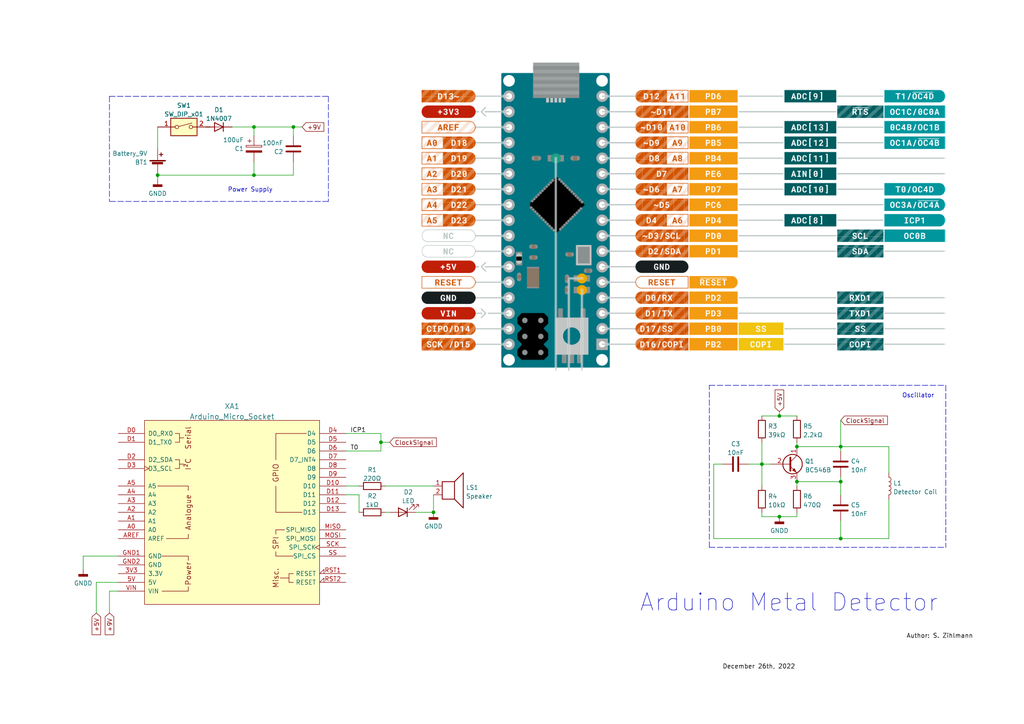
<source format=kicad_sch>
(kicad_sch (version 20211123) (generator eeschema)
  (paper "A4")
  (lib_symbols
    (symbol "Device:Battery_Cell" (pin_numbers hide) (pin_names (offset 0) hide)
      (property "Reference" "BT" (at 2.54 2.54 0))
      (property "Value" "Battery_Cell" (at 2.54 0 0))
      (symbol "Battery_Cell_0_1"
        (rectangle (start -2.286 1.778) (end 2.286 1.524) (fill (type outline)))
        (rectangle (start -1.5748 1.1938) (end 1.4732 0.6858) (fill (type outline)))
        (polyline (pts (xy 0 0.762) (xy 0 0)))
        (polyline (pts (xy 0 1.778) (xy 0 2.54)))
        (polyline (pts (xy 0.508 3.429) (xy 1.524 3.429)) (stroke (width 0.254)))
        (polyline (pts (xy 1.016 3.937) (xy 1.016 2.921)) (stroke (width 0.254)))
      )
      (symbol "Battery_Cell_1_1"
        (pin passive line (at 0 5.08 270) (length 2.54) (name "+") (number "1"))
        (pin passive line (at 0 -2.54 90) (length 2.54) (name "-") (number "2"))
      )
    )
    (symbol "Device:C" (pin_numbers hide) (pin_names (offset 0.254))
      (property "Reference" "C" (at 0.635 2.54 0))
      (property "Value" "C" (at 0.635 -2.54 0))
      (symbol "C_0_1"
        (polyline (pts (xy -2.032 -0.762) (xy 2.032 -0.762)) (stroke (width 0.508)))
        (polyline (pts (xy -2.032 0.762) (xy 2.032 0.762)) (stroke (width 0.508)))
      )
      (symbol "C_1_1"
        (pin passive line (at 0 3.81 270) (length 2.794) (name "~") (number "1"))
        (pin passive line (at 0 -3.81 90) (length 2.794) (name "~") (number "2"))
      )
    )
    (symbol "Device:C_Polarized" (pin_numbers hide) (pin_names (offset 0.254))
      (property "Reference" "C" (at 0.635 2.54 0))
      (property "Value" "C_Polarized" (at 0.635 -2.54 0))
      (symbol "C_Polarized_0_1"
        (rectangle (start -2.286 0.508) (end 2.286 1.016))
        (polyline (pts (xy -1.778 2.286) (xy -0.762 2.286)))
        (polyline (pts (xy -1.27 2.794) (xy -1.27 1.778)))
        (rectangle (start 2.286 -0.508) (end -2.286 -1.016) (fill (type outline)))
      )
      (symbol "C_Polarized_1_1"
        (pin passive line (at 0 3.81 270) (length 2.794) (name "~") (number "1"))
        (pin passive line (at 0 -3.81 90) (length 2.794) (name "~") (number "2"))
      )
    )
    (symbol "Device:L" (pin_numbers hide) (pin_names (offset 1.016) hide)
      (property "Reference" "L" (at -1.27 0 90))
      (property "Value" "L" (at 1.905 0 90))
      (symbol "L_0_1"
        (arc (start 0 -2.54) (mid 0.635 -1.905) (end 0 -1.27))
        (arc (start 0 -1.27) (mid 0.635 -0.635) (end 0 0))
        (arc (start 0 0) (mid 0.635 0.635) (end 0 1.27))
        (arc (start 0 1.27) (mid 0.635 1.905) (end 0 2.54))
      )
      (symbol "L_1_1"
        (pin passive line (at 0 3.81 270) (length 1.27) (name "1") (number "1"))
        (pin passive line (at 0 -3.81 90) (length 1.27) (name "2") (number "2"))
      )
    )
    (symbol "Device:LED" (pin_numbers hide) (pin_names (offset 1.016) hide)
      (property "Reference" "D" (at 0 2.54 0))
      (property "Value" "LED" (at 0 -2.54 0))
      (symbol "LED_0_1"
        (polyline (pts (xy -1.27 -1.27) (xy -1.27 1.27)) (stroke (width 0.254)))
        (polyline (pts (xy -1.27 0) (xy 1.27 0)))
        (polyline (pts (xy 1.27 -1.27) (xy 1.27 1.27) (xy -1.27 0) (xy 1.27 -1.27)) (stroke (width 0.254)))
        (polyline (pts (xy -3.048 -0.762) (xy -4.572 -2.286) (xy -3.81 -2.286) (xy -4.572 -2.286) (xy -4.572 -1.524)))
        (polyline (pts (xy -1.778 -0.762) (xy -3.302 -2.286) (xy -2.54 -2.286) (xy -3.302 -2.286) (xy -3.302 -1.524)))
      )
      (symbol "LED_1_1"
        (pin passive line (at -3.81 0 0) (length 2.54) (name "K") (number "1"))
        (pin passive line (at 3.81 0 180) (length 2.54) (name "A") (number "2"))
      )
    )
    (symbol "Device:Speaker" (pin_names (offset 0) hide)
      (property "Reference" "LS" (at 1.27 5.715 0))
      (property "Value" "Speaker" (at 1.27 3.81 0))
      (symbol "Speaker_0_0"
        (rectangle (start -2.54 1.27) (end 1.016 -3.81) (stroke (width 0.254)))
        (polyline (pts (xy 1.016 1.27) (xy 3.556 3.81) (xy 3.556 -6.35) (xy 1.016 -3.81)) (stroke (width 0.254)))
      )
      (symbol "Speaker_1_1"
        (pin input line (at -5.08 0 0) (length 2.54) (name "1") (number "1"))
        (pin input line (at -5.08 -2.54 0) (length 2.54) (name "2") (number "2"))
      )
    )
    (symbol "Diode:1N4007" (pin_numbers hide) (pin_names hide)
      (property "Reference" "D" (at 0 2.54 0))
      (property "Value" "1N4007" (at 0 -2.54 0))
      (symbol "1N4007_0_1"
        (polyline (pts (xy -1.27 1.27) (xy -1.27 -1.27)) (stroke (width 0.254)))
        (polyline (pts (xy 1.27 0) (xy -1.27 0)))
        (polyline (pts (xy 1.27 1.27) (xy 1.27 -1.27) (xy -1.27 0) (xy 1.27 1.27)) (stroke (width 0.254)))
      )
      (symbol "1N4007_1_1"
        (pin passive line (at -3.81 0 0) (length 2.54) (name "K") (number "1"))
        (pin passive line (at 3.81 0 180) (length 2.54) (name "A") (number "2"))
      )
    )
    (symbol "R_1" (pin_numbers hide) (pin_names (offset 0))
      (property "Reference" "R" (at 2.032 0 90))
      (property "Value" "R_1" (at 0 0 90))
      (symbol "R_1_0_1"
        (rectangle (start -1.016 -2.54) (end 1.016 2.54) (stroke (width 0.254)))
      )
      (symbol "R_1_1_1"
        (pin passive line (at 0 3.81 270) (length 1.27) (name "~") (number "1"))
        (pin passive line (at 0 -3.81 90) (length 1.27) (name "~") (number "2"))
      )
    )
    (symbol "Switch:SW_DIP_x01" (pin_names (offset 0) hide)
      (property "Reference" "SW" (at 0 3.81 0))
      (property "Value" "SW_DIP_x01" (at 0 -3.81 0))
      (symbol "SW_DIP_x01_0_0"
        (circle (center -2.032 0) (radius 0.508))
        (polyline (pts (xy -1.524 0.127) (xy 2.3622 1.1684)))
        (circle (center 2.032 0) (radius 0.508))
      )
      (symbol "SW_DIP_x01_0_1"
        (rectangle (start -3.81 2.54) (end 3.81 -2.54) (stroke (width 0.254)) (fill (type background)))
      )
      (symbol "SW_DIP_x01_1_1"
        (pin passive line (at -7.62 0 0) (length 5.08) (name "~") (number "1"))
        (pin passive line (at 7.62 0 180) (length 5.08) (name "~") (number "2"))
      )
    )
    (symbol "Transistor_BJT:BC546" (pin_names (offset 0) hide)
      (property "Reference" "Q" (at 5.08 1.905 0))
      (property "Value" "BC546" (at 5.08 0 0))
      (symbol "BC546_0_1"
        (polyline (pts (xy 0 0) (xy 0.635 0)))
        (polyline (pts (xy 0.635 0.635) (xy 2.54 2.54)))
        (polyline (pts (xy 0.635 -0.635) (xy 2.54 -2.54) (xy 2.54 -2.54)))
        (polyline (pts (xy 0.635 1.905) (xy 0.635 -1.905) (xy 0.635 -1.905)) (stroke (width 0.508)))
        (polyline (pts (xy 1.27 -1.778) (xy 1.778 -1.27) (xy 2.286 -2.286) (xy 1.27 -1.778) (xy 1.27 -1.778)) (fill (type outline)))
        (circle (center 1.27 0) (radius 2.8194) (stroke (width 0.254)))
      )
      (symbol "BC546_1_1"
        (pin passive line (at 2.54 5.08 270) (length 2.54) (name "C") (number "1"))
        (pin input line (at -5.08 0 0) (length 5.08) (name "B") (number "2"))
        (pin passive line (at 2.54 -5.08 90) (length 2.54) (name "E") (number "3"))
      )
    )
    (symbol "arduino:Arduino_Micro_Socket" (pin_names (offset 1.016))
      (property "Reference" "XA" (at 2.54 0 90))
      (property "Value" "Arduino_Micro_Socket" (at -2.54 0 90))
      (symbol "Arduino_Micro_Socket_0_0"
        (rectangle (start -25.4 26.67) (end 25.4 -26.67) (fill (type background)))
        (polyline (pts (xy -15.24 13.97) (xy -13.97 13.97)))
        (polyline (pts (xy -15.24 21.59) (xy -13.97 21.59)))
        (polyline (pts (xy 16.51 -19.05) (xy 13.97 -19.05)))
        (polyline (pts (xy -20.32 -22.86) (xy -12.7 -22.86) (xy -12.7 -21.59)))
        (polyline (pts (xy -12.7 -13.97) (xy -12.7 -12.7) (xy -20.32 -12.7)))
        (polyline (pts (xy -12.7 -6.35) (xy -12.7 -7.62) (xy -19.05 -7.62)))
        (polyline (pts (xy -12.7 6.35) (xy -12.7 7.62) (xy -21.59 7.62)))
        (polyline (pts (xy 12.7 -11.43) (xy 12.7 -12.7) (xy 17.78 -12.7)))
        (polyline (pts (xy 12.7 7.62) (xy 12.7 0) (xy 20.32 0)))
        (polyline (pts (xy 15.24 -5.08) (xy 12.7 -5.08) (xy 12.7 -6.35)))
        (polyline (pts (xy 21.59 22.86) (xy 12.7 22.86) (xy 12.7 15.24)))
        (polyline (pts (xy -16.51 15.24) (xy -15.24 15.24) (xy -15.24 12.7) (xy -16.51 12.7)))
        (polyline (pts (xy -16.51 22.86) (xy -15.24 22.86) (xy -15.24 20.32) (xy -16.51 20.32)))
        (text "Analogue" (at -12.7 0 900) (effects (font (size 1.524 1.524))))
        (text "I²C" (at -12.7 13.97 900) (effects (font (size 1.524 1.524))))
        (text "Misc." (at 12.7 -19.05 900) (effects (font (size 1.524 1.524))))
        (text "Power" (at -12.7 -17.78 900) (effects (font (size 1.524 1.524))))
        (text "Serial" (at -12.7 21.59 900) (effects (font (size 1.524 1.524))))
        (text "SPI" (at 12.7 -8.89 900) (effects (font (size 1.524 1.524))))
      )
      (symbol "Arduino_Micro_Socket_0_1"
        (polyline (pts (xy 17.78 -17.78) (xy 16.51 -17.78) (xy 16.51 -20.32) (xy 17.78 -20.32)))
      )
      (symbol "Arduino_Micro_Socket_1_0"
        (text "GPIO" (at 12.7 11.43 900) (effects (font (size 1.524 1.524))))
      )
      (symbol "Arduino_Micro_Socket_1_1"
        (pin power_out line (at -33.02 -17.78 0) (length 7.62) (name "3.3V") (number "3V3"))
        (pin power_in line (at -33.02 -20.32 0) (length 7.62) (name "5V") (number "5V"))
        (pin bidirectional line (at -33.02 -5.08 0) (length 7.62) (name "A0") (number "A0"))
        (pin bidirectional line (at -33.02 -2.54 0) (length 7.62) (name "A1") (number "A1"))
        (pin bidirectional line (at -33.02 0 0) (length 7.62) (name "A2") (number "A2"))
        (pin bidirectional line (at -33.02 2.54 0) (length 7.62) (name "A3") (number "A3"))
        (pin bidirectional line (at -33.02 5.08 0) (length 7.62) (name "A4") (number "A4"))
        (pin bidirectional line (at -33.02 7.62 0) (length 7.62) (name "A5") (number "A5"))
        (pin input line (at -33.02 -7.62 0) (length 7.62) (name "AREF") (number "AREF"))
        (pin bidirectional line (at -33.02 22.86 0) (length 7.62) (name "D0_RX0") (number "D0"))
        (pin bidirectional line (at -33.02 20.32 0) (length 7.62) (name "D1_TX0") (number "D1"))
        (pin bidirectional line (at 33.02 7.62 180) (length 7.62) (name "D10") (number "D10"))
        (pin bidirectional line (at 33.02 5.08 180) (length 7.62) (name "D11") (number "D11"))
        (pin bidirectional line (at 33.02 2.54 180) (length 7.62) (name "D12") (number "D12"))
        (pin bidirectional line (at 33.02 0 180) (length 7.62) (name "D13") (number "D13"))
        (pin bidirectional line (at -33.02 15.24 0) (length 7.62) (name "D2_SDA") (number "D2"))
        (pin bidirectional clock (at -33.02 12.7 0) (length 7.62) (name "D3_SCL") (number "D3"))
        (pin bidirectional line (at 33.02 22.86 180) (length 7.62) (name "D4") (number "D4"))
        (pin bidirectional line (at 33.02 20.32 180) (length 7.62) (name "D5") (number "D5"))
        (pin bidirectional line (at 33.02 17.78 180) (length 7.62) (name "D6") (number "D6"))
        (pin bidirectional line (at 33.02 15.24 180) (length 7.62) (name "D7_INT4") (number "D7"))
        (pin bidirectional line (at 33.02 12.7 180) (length 7.62) (name "D8") (number "D8"))
        (pin bidirectional line (at 33.02 10.16 180) (length 7.62) (name "D9") (number "D9"))
        (pin power_in line (at -33.02 -12.7 0) (length 7.62) (name "GND") (number "GND1"))
        (pin power_in line (at -33.02 -15.24 0) (length 7.62) (name "GND") (number "GND2"))
        (pin input line (at 33.02 -5.08 180) (length 7.62) (name "SPI_MISO") (number "MISO"))
        (pin output line (at 33.02 -7.62 180) (length 7.62) (name "SPI_MOSI") (number "MOSI"))
        (pin open_collector input_low (at 33.02 -17.78 180) (length 7.62) (name "RESET") (number "RST1"))
        (pin open_collector input_low (at 33.02 -20.32 180) (length 7.62) (name "RESET") (number "RST2"))
        (pin output clock (at 33.02 -10.16 180) (length 7.62) (name "SPI_SCK") (number "SCK"))
        (pin bidirectional line (at 33.02 -12.7 180) (length 7.62) (name "SPI_CS") (number "SS"))
        (pin power_in line (at -33.02 -22.86 0) (length 7.62) (name "VIN") (number "VIN"))
      )
    )
    (symbol "power:GNDD" (power) (pin_names (offset 0))
      (property "Value" "GNDD" (at 0 -3.175 0))
      (symbol "GNDD_0_1"
        (rectangle (start -1.27 -1.524) (end 1.27 -2.032) (stroke (width 0.254)) (fill (type outline)))
        (polyline (pts (xy 0 0) (xy 0 -1.524)))
      )
      (symbol "GNDD_1_1"
        (pin power_in line (at 0 0 270) (length 0) hide (name "GNDD") (number "1"))
      )
    )
  )
  (junction (at 231.14 139.7))
  (junction (at 226.06 149.86))
  (junction (at 231.14 129.54))
  (junction (at 45.72 50.8))
  (junction (at 243.84 129.54))
  (junction (at 73.66 50.8))
  (junction (at 125.73 148.59))
  (junction (at 85.09 36.83))
  (junction (at 243.84 156.21))
  (junction (at 226.06 120.65))
  (junction (at 73.66 36.83))
  (junction (at 110.49 128.27))
  (junction (at 243.84 139.7))
  (junction (at 220.98 134.62))
  (wire (pts (xy 85.09 36.83) (xy 73.66 36.83)))
  (wire (pts (xy 226.06 119.38) (xy 226.06 120.65)))
  (wire (pts (xy 100.33 143.51) (xy 104.14 143.51)))
  (wire (pts (xy 257.81 156.21) (xy 243.84 156.21)))
  (wire (pts (xy 111.76 148.59) (xy 113.03 148.59)))
  (wire (pts (xy 226.06 149.86) (xy 231.14 149.86)))
  (wire (pts (xy 110.49 130.81) (xy 110.49 128.27)))
  (wire (pts (xy 45.72 36.83) (xy 45.72 43.18)))
  (wire (pts (xy 231.14 129.54) (xy 243.84 129.54)))
  (polyline (pts (xy 95.25 27.94) (xy 95.25 58.42)))
  (wire (pts (xy 120.65 148.59) (xy 125.73 148.59)))
  (wire (pts (xy 257.81 129.54) (xy 243.84 129.54)))
  (wire (pts (xy 220.98 134.62) (xy 223.52 134.62)))
  (wire (pts (xy 220.98 120.65) (xy 226.06 120.65)))
  (wire (pts (xy 34.29 171.45) (xy 31.75 171.45)))
  (wire (pts (xy 85.09 46.99) (xy 85.09 50.8)))
  (polyline (pts (xy 205.74 158.75) (xy 274.32 158.75)))
  (wire (pts (xy 220.98 140.97) (xy 220.98 134.62)))
  (polyline (pts (xy 95.25 58.42) (xy 31.75 58.42)))
  (polyline (pts (xy 31.75 27.94) (xy 95.25 27.94)))
  (polyline (pts (xy 205.74 158.75) (xy 205.74 111.76)))
  (polyline (pts (xy 31.75 27.94) (xy 31.75 58.42)))
  (polyline (pts (xy 274.32 111.76) (xy 274.32 158.75)))
  (wire (pts (xy 217.17 134.62) (xy 220.98 134.62)))
  (wire (pts (xy 100.33 125.73) (xy 110.49 125.73)))
  (wire (pts (xy 67.31 36.83) (xy 73.66 36.83)))
  (wire (pts (xy 100.33 140.97) (xy 104.14 140.97)))
  (wire (pts (xy 243.84 138.43) (xy 243.84 139.7)))
  (wire (pts (xy 34.29 168.91) (xy 27.94 168.91)))
  (wire (pts (xy 45.72 50.8) (xy 73.66 50.8)))
  (wire (pts (xy 257.81 144.78) (xy 257.81 156.21)))
  (wire (pts (xy 243.84 139.7) (xy 243.84 143.51)))
  (polyline (pts (xy 205.74 111.76) (xy 274.32 111.76)))
  (wire (pts (xy 34.29 161.29) (xy 24.13 161.29)))
  (wire (pts (xy 220.98 149.86) (xy 226.06 149.86)))
  (wire (pts (xy 243.84 130.81) (xy 243.84 129.54)))
  (wire (pts (xy 73.66 36.83) (xy 73.66 39.37)))
  (wire (pts (xy 125.73 143.51) (xy 125.73 148.59)))
  (wire (pts (xy 243.84 151.13) (xy 243.84 156.21)))
  (wire (pts (xy 45.72 52.07) (xy 45.72 50.8)))
  (wire (pts (xy 257.81 137.16) (xy 257.81 129.54)))
  (wire (pts (xy 31.75 171.45) (xy 31.75 177.8)))
  (wire (pts (xy 220.98 128.27) (xy 220.98 134.62)))
  (wire (pts (xy 73.66 50.8) (xy 73.66 46.99)))
  (wire (pts (xy 24.13 161.29) (xy 24.13 165.1)))
  (wire (pts (xy 60.96 36.83) (xy 59.69 36.83)))
  (wire (pts (xy 85.09 39.37) (xy 85.09 36.83)))
  (wire (pts (xy 110.49 125.73) (xy 110.49 128.27)))
  (wire (pts (xy 207.01 134.62) (xy 209.55 134.62)))
  (wire (pts (xy 111.76 140.97) (xy 125.73 140.97)))
  (wire (pts (xy 85.09 50.8) (xy 73.66 50.8)))
  (wire (pts (xy 110.49 128.27) (xy 113.03 128.27)))
  (wire (pts (xy 243.84 156.21) (xy 207.01 156.21)))
  (wire (pts (xy 243.84 121.92) (xy 243.84 129.54)))
  (wire (pts (xy 231.14 128.27) (xy 231.14 129.54)))
  (wire (pts (xy 231.14 139.7) (xy 231.14 140.97)))
  (wire (pts (xy 85.09 36.83) (xy 87.63 36.83)))
  (wire (pts (xy 226.06 120.65) (xy 231.14 120.65)))
  (wire (pts (xy 220.98 148.59) (xy 220.98 149.86)))
  (wire (pts (xy 231.14 148.59) (xy 231.14 149.86)))
  (wire (pts (xy 104.14 143.51) (xy 104.14 148.59)))
  (wire (pts (xy 100.33 130.81) (xy 110.49 130.81)))
  (wire (pts (xy 207.01 156.21) (xy 207.01 134.62)))
  (wire (pts (xy 231.14 139.7) (xy 243.84 139.7)))
  (wire (pts (xy 27.94 168.91) (xy 27.94 177.8)))
  (image (at 198.12 62.23) (scale 1.45585))
  (text "Oscillator" (at 261.62 115.57 0) (effects (font (size 1.27 1.27)) (justify left bottom)))
  (text "Power Supply" (at 66.04 55.88 0) (effects (font (size 1.27 1.27)) (justify left bottom)))
  (text "Arduino Metal Detector" (at 185.42 177.8 0) (effects (font (size 5 5)) (justify left bottom)))
  (label "Author: S. Zihlmann" (at 262.89 185.42 0))
  (label "ICP1" (at 101.6 125.73 0))
  (label "T0" (at 101.6 130.81 0))
  (label "December 26th, 2022" (at 209.55 194.31 0))
  (global_label "+9V" (shape input) (at 87.63 36.83 0) (property "Intersheet References" "${INTERSHEET_REFS}" (effects hide)))
  (global_label "ClockSignal" (shape input) (at 243.84 121.92 0) (property "Intersheet References" "${INTERSHEET_REFS}" (effects hide)))
  (global_label "ClockSignal" (shape input) (at 113.03 128.27 0) (property "Intersheet References" "${INTERSHEET_REFS}" (effects hide)))
  (global_label "+9V" (shape input) (at 31.75 177.8 270) (property "Intersheet References" "${INTERSHEET_REFS}" (effects hide)))
  (global_label "+5V" (shape input) (at 27.94 177.8 270) (property "Intersheet References" "${INTERSHEET_REFS}" (effects hide)))
  (global_label "+5V" (shape input) (at 226.06 119.38 90) (property "Intersheet References" "${INTERSHEET_REFS}" (effects hide)))
  (symbol (lib_id "Device:C") (at 85.09 43.18 0) (unit 1)
    (property "Reference" "C2" (at 82.169 44.0147 0) (effects (justify right)))
    (property "Value" "100nF" (at 82.169 41.4778 0) (effects (justify right)))
  )
  (symbol (lib_name "R_1") (lib_id "Device:R") (at 231.14 124.46 0) (unit 1)
    (property "Reference" "R5" (at 232.918 123.6253 0) (effects (justify left)))
    (property "Value" "2.2kΩ" (at 232.918 126.1622 0) (effects (justify left)))
  )
  (symbol (lib_id "power:GNDD") (at 125.73 148.59 0) (unit 1)
    (property "Reference" "#PWR0103" (effects hide))
    (property "Value" "GNDD" (at 125.73 152.6524 0))
  )
  (symbol (lib_name "R_1") (lib_id "Device:R") (at 220.98 144.78 0) (unit 1)
    (property "Reference" "R4" (at 222.758 143.9453 0) (effects (justify left)))
    (property "Value" "10kΩ" (at 222.758 146.4822 0) (effects (justify left)))
  )
  (symbol (lib_id "Device:Speaker") (at 130.81 140.97 0) (unit 1)
    (property "Reference" "LS1" (at 135.128 141.4053 0) (effects (justify left)))
    (property "Value" "Speaker" (at 135.128 143.9422 0) (effects (justify left)))
  )
  (symbol (lib_id "power:GNDD") (at 226.06 149.86 0) (unit 1)
    (property "Reference" "#PWR0101" (effects hide))
    (property "Value" "GNDD" (at 226.06 153.9224 0))
  )
  (symbol (lib_id "Device:C_Polarized") (at 73.66 43.18 0) (unit 1)
    (property "Reference" "C1" (at 70.739 43.1257 0) (effects (justify right)))
    (property "Value" "100uF" (at 70.739 40.5888 0) (effects (justify right)))
  )
  (symbol (lib_name "R_1") (lib_id "Device:R") (at 107.95 148.59 90) (unit 1)
    (property "Reference" "R2" (at 107.95 143.8742 90))
    (property "Value" "1kΩ" (at 107.95 146.4111 90))
  )
  (symbol (lib_id "Device:L") (at 257.81 140.97 0) (unit 1)
    (property "Reference" "L1" (at 259.08 140.1353 0) (effects (justify left)))
    (property "Value" "Detector Coil" (at 259.08 142.6722 0) (effects (justify left)))
  )
  (symbol (lib_id "Transistor_BJT:BC546") (at 228.6 134.62 0) (unit 1)
    (property "Reference" "Q1" (at 233.4514 133.7853 0) (effects (justify left)))
    (property "Value" "BC546B" (at 233.4514 136.3222 0) (effects (justify left)))
    (property "Datasheet" "https://www.onsemi.com/pub/Collateral/BC550-D.pdf" (effects hide))
  )
  (symbol (lib_id "Device:LED") (at 116.84 148.59 180) (unit 1)
    (property "Reference" "D2" (at 118.4275 142.7312 0))
    (property "Value" "LED" (at 118.4275 145.2681 0))
  )
  (symbol (lib_name "R_1") (lib_id "Device:R") (at 107.95 140.97 90) (unit 1)
    (property "Reference" "R1" (at 107.95 136.2542 90))
    (property "Value" "220Ω" (at 107.95 138.7911 90))
  )
  (symbol (lib_id "power:GNDD") (at 45.72 52.07 0) (unit 1)
    (property "Reference" "#PWR0102" (effects hide))
    (property "Value" "GNDD" (at 45.72 56.1324 0))
  )
  (symbol (lib_id "Switch:SW_DIP_x01") (at 53.34 36.83 0) (unit 1)
    (property "Reference" "SW1" (at 53.34 30.5902 0))
    (property "Value" "SW_DIP_x01" (at 53.34 33.1271 0))
  )
  (symbol (lib_id "power:GNDD") (at 24.13 165.1 0) (unit 1)
    (property "Reference" "#PWR0104" (effects hide))
    (property "Value" "GNDD" (at 24.13 169.1624 0))
  )
  (symbol (lib_id "Device:C") (at 243.84 147.32 0) (unit 1)
    (property "Reference" "C5" (at 246.761 146.4853 0) (effects (justify left)))
    (property "Value" "10nF" (at 246.761 149.0222 0) (effects (justify left)))
  )
  (symbol (lib_name "R_1") (lib_id "Device:R") (at 231.14 144.78 0) (unit 1)
    (property "Reference" "R6" (at 232.918 143.9453 0) (effects (justify left)))
    (property "Value" "470Ω" (at 232.918 146.4822 0) (effects (justify left)))
  )
  (symbol (lib_id "Diode:1N4007") (at 63.5 36.83 180) (unit 1)
    (property "Reference" "D1" (at 63.5 31.8602 0))
    (property "Value" "1N4007" (at 63.5 34.3971 0))
    (property "Datasheet" "http://www.vishay.com/docs/88503/1n4001.pdf" (effects hide))
  )
  (symbol (lib_name "R_1") (lib_id "Device:R") (at 220.98 124.46 0) (unit 1)
    (property "Reference" "R3" (at 222.758 123.6253 0) (effects (justify left)))
    (property "Value" "39kΩ" (at 222.758 126.1622 0) (effects (justify left)))
  )
  (symbol (lib_id "Device:C") (at 213.36 134.62 90) (unit 1)
    (property "Reference" "C3" (at 213.36 128.7612 90))
    (property "Value" "10nF" (at 213.36 131.2981 90))
  )
  (symbol (lib_id "Device:C") (at 243.84 134.62 0) (unit 1)
    (property "Reference" "C4" (at 246.761 133.7853 0) (effects (justify left)))
    (property "Value" "10nF" (at 246.761 136.3222 0) (effects (justify left)))
  )
  (symbol (lib_id "Device:Battery_Cell") (at 45.72 48.26 0) (unit 1)
    (property "Reference" "BT1" (at 42.799 47.0627 0) (effects (justify right)))
    (property "Value" "Battery_9V" (at 42.799 44.5258 0) (effects (justify right)))
  )
  (symbol (lib_id "arduino:Arduino_Micro_Socket") (at 67.31 148.59 0) (unit 1)
    (property "Reference" "XA1" (at 67.31 117.8359 0) (effects (font (size 1.524 1.524))))
    (property "Value" "Arduino_Micro_Socket" (at 67.31 120.8293 0) (effects (font (size 1.524 1.524))))
    (property "Footprint" "Arduino:Arduino_Micro_Socket" (effects hide))
    (property "Datasheet" "https://docs.arduino.cc/hardware/micro" (effects hide))
  )
)
</source>
